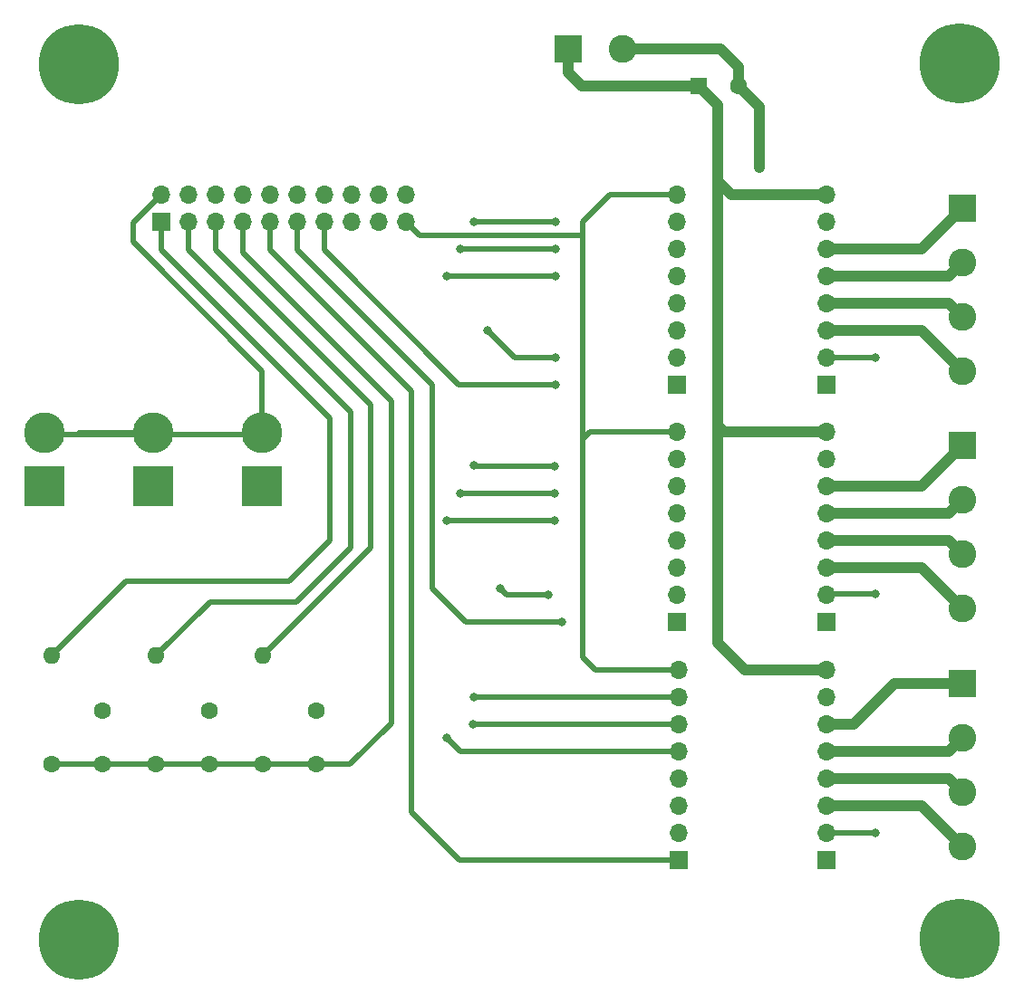
<source format=gtl>
%TF.GenerationSoftware,KiCad,Pcbnew,6.0.11+dfsg-1*%
%TF.CreationDate,2023-07-27T12:15:27+02:00*%
%TF.ProjectId,CartesianRobotElectricalDocs,43617274-6573-4696-916e-526f626f7445,rev?*%
%TF.SameCoordinates,Original*%
%TF.FileFunction,Copper,L1,Top*%
%TF.FilePolarity,Positive*%
%FSLAX46Y46*%
G04 Gerber Fmt 4.6, Leading zero omitted, Abs format (unit mm)*
G04 Created by KiCad (PCBNEW 6.0.11+dfsg-1) date 2023-07-27 12:15:27*
%MOMM*%
%LPD*%
G01*
G04 APERTURE LIST*
%TA.AperFunction,ComponentPad*%
%ADD10R,1.700000X1.700000*%
%TD*%
%TA.AperFunction,ComponentPad*%
%ADD11O,1.700000X1.700000*%
%TD*%
%TA.AperFunction,ComponentPad*%
%ADD12C,7.500000*%
%TD*%
%TA.AperFunction,ComponentPad*%
%ADD13C,1.600000*%
%TD*%
%TA.AperFunction,ComponentPad*%
%ADD14O,1.600000X1.600000*%
%TD*%
%TA.AperFunction,ComponentPad*%
%ADD15C,2.600000*%
%TD*%
%TA.AperFunction,ComponentPad*%
%ADD16R,2.600000X2.600000*%
%TD*%
%TA.AperFunction,ComponentPad*%
%ADD17R,1.600000X1.600000*%
%TD*%
%TA.AperFunction,ComponentPad*%
%ADD18C,3.800000*%
%TD*%
%TA.AperFunction,ComponentPad*%
%ADD19R,3.800000X3.800000*%
%TD*%
%TA.AperFunction,ViaPad*%
%ADD20C,0.800000*%
%TD*%
%TA.AperFunction,Conductor*%
%ADD21C,1.000000*%
%TD*%
%TA.AperFunction,Conductor*%
%ADD22C,0.500000*%
%TD*%
G04 APERTURE END LIST*
D10*
%TO.P,REF\u002A\u002A,1*%
%TO.N,N/C*%
X181610000Y-115555000D03*
D11*
%TO.P,REF\u002A\u002A,2*%
X181610000Y-113015000D03*
%TO.P,REF\u002A\u002A,3*%
X181610000Y-110475000D03*
%TO.P,REF\u002A\u002A,4*%
X181610000Y-107935000D03*
%TO.P,REF\u002A\u002A,5*%
X181610000Y-105395000D03*
%TO.P,REF\u002A\u002A,6*%
X181610000Y-102855000D03*
%TO.P,REF\u002A\u002A,7*%
X181610000Y-100315000D03*
%TO.P,REF\u002A\u002A,8*%
X181610000Y-97775000D03*
%TD*%
D12*
%TO.P,REF\u002A\u002A,1*%
%TO.N,N/C*%
X111760000Y-41170000D03*
%TD*%
D13*
%TO.P,C6,2*%
%TO.N,N/C*%
X113985000Y-101640000D03*
%TO.P,C6,1*%
X113985000Y-106640000D03*
%TD*%
D10*
%TO.P,A4988,1*%
%TO.N,N/C*%
X167640000Y-71100000D03*
D11*
%TO.P,A4988,2*%
X167640000Y-68560000D03*
%TO.P,A4988,3*%
X167640000Y-66020000D03*
%TO.P,A4988,4*%
X167640000Y-63480000D03*
%TO.P,A4988,5*%
X167640000Y-60940000D03*
%TO.P,A4988,6*%
X167640000Y-58400000D03*
%TO.P,A4988,7*%
X167640000Y-55860000D03*
%TO.P,A4988,8*%
X167640000Y-53320000D03*
%TD*%
D14*
%TO.P,R1,2*%
%TO.N,N/C*%
X109220000Y-96480000D03*
D13*
%TO.P,R1,1*%
X109220000Y-106640000D03*
%TD*%
%TO.P,C4,2*%
%TO.N,N/C*%
X133985000Y-101640000D03*
%TO.P,C4,1*%
X133985000Y-106640000D03*
%TD*%
D15*
%TO.P,M2,4*%
%TO.N,N/C*%
X194310000Y-92049600D03*
%TO.P,M2,3*%
X194310000Y-86969600D03*
%TO.P,M2,2*%
X194310000Y-81889600D03*
D16*
%TO.P,M2,1*%
X194310000Y-76809600D03*
%TD*%
D14*
%TO.P,R3,2*%
%TO.N,N/C*%
X128985000Y-96480000D03*
D13*
%TO.P,R3,1*%
X128985000Y-106640000D03*
%TD*%
D16*
%TO.P,REF\u002A\u002A,1*%
%TO.N,N/C*%
X157475000Y-39675000D03*
D15*
%TO.P,REF\u002A\u002A,2*%
X162555000Y-39675000D03*
%TD*%
D17*
%TO.P,C1,1*%
%TO.N,N/C*%
X169647349Y-43180000D03*
D13*
%TO.P,C1,2*%
X173447349Y-43180000D03*
%TD*%
D18*
%TO.P,SW 3,2*%
%TO.N,N/C*%
X128905000Y-75645000D03*
D19*
%TO.P,SW 3,1*%
X128905000Y-80645000D03*
%TD*%
D12*
%TO.P,REF\u002A\u002A,1*%
%TO.N,N/C*%
X194032000Y-41086000D03*
%TD*%
D19*
%TO.P,SW 2,1*%
%TO.N,N/C*%
X118745000Y-80645000D03*
D18*
%TO.P,SW 2,2*%
X118745000Y-75645000D03*
%TD*%
D11*
%TO.P,A4988,8*%
%TO.N,N/C*%
X167640000Y-75539600D03*
%TO.P,A4988,7*%
X167640000Y-78079600D03*
%TO.P,A4988,6*%
X167640000Y-80619600D03*
%TO.P,A4988,5*%
X167640000Y-83159600D03*
%TO.P,A4988,4*%
X167640000Y-85699600D03*
%TO.P,A4988,3*%
X167640000Y-88239600D03*
%TO.P,A4988,2*%
X167640000Y-90779600D03*
D10*
%TO.P,A4988,1*%
X167640000Y-93319600D03*
%TD*%
D14*
%TO.P,R2,2*%
%TO.N,N/C*%
X118985000Y-96480000D03*
D13*
%TO.P,R2,1*%
X118985000Y-106640000D03*
%TD*%
D16*
%TO.P,M3,1*%
%TO.N,N/C*%
X194310000Y-54575000D03*
D15*
%TO.P,M3,2*%
X194310000Y-59655000D03*
%TO.P,M3,3*%
X194310000Y-64735000D03*
%TO.P,M3,4*%
X194310000Y-69815000D03*
%TD*%
D10*
%TO.P,REF\u002A\u002A,1*%
%TO.N,N/C*%
X119500000Y-55845000D03*
D11*
%TO.P,REF\u002A\u002A,2*%
X119500000Y-53305000D03*
%TO.P,REF\u002A\u002A,3*%
X122040000Y-55845000D03*
%TO.P,REF\u002A\u002A,4*%
X122040000Y-53305000D03*
%TO.P,REF\u002A\u002A,5*%
X124580000Y-55845000D03*
%TO.P,REF\u002A\u002A,6*%
X124580000Y-53305000D03*
%TO.P,REF\u002A\u002A,7*%
X127120000Y-55845000D03*
%TO.P,REF\u002A\u002A,8*%
X127120000Y-53305000D03*
%TO.P,REF\u002A\u002A,9*%
X129660000Y-55845000D03*
%TO.P,REF\u002A\u002A,10*%
X129660000Y-53305000D03*
%TO.P,REF\u002A\u002A,11*%
X132200000Y-55845000D03*
%TO.P,REF\u002A\u002A,12*%
X132200000Y-53305000D03*
%TO.P,REF\u002A\u002A,13*%
X134740000Y-55845000D03*
%TO.P,REF\u002A\u002A,14*%
X134740000Y-53305000D03*
%TO.P,REF\u002A\u002A,15*%
X137280000Y-55845000D03*
%TO.P,REF\u002A\u002A,16*%
X137280000Y-53305000D03*
%TO.P,REF\u002A\u002A,17*%
X139820000Y-55845000D03*
%TO.P,REF\u002A\u002A,18*%
X139820000Y-53305000D03*
%TO.P,REF\u002A\u002A,19*%
X142360000Y-55845000D03*
%TO.P,REF\u002A\u002A,20*%
X142360000Y-53305000D03*
%TD*%
D12*
%TO.P,REF\u002A\u002A,1*%
%TO.N,N/C*%
X194032000Y-122966699D03*
%TD*%
D10*
%TO.P,REF\u002A\u002A,1*%
%TO.N,N/C*%
X181610000Y-93319600D03*
D11*
%TO.P,REF\u002A\u002A,2*%
X181610000Y-90779600D03*
%TO.P,REF\u002A\u002A,3*%
X181610000Y-88239600D03*
%TO.P,REF\u002A\u002A,4*%
X181610000Y-85699600D03*
%TO.P,REF\u002A\u002A,5*%
X181610000Y-83159600D03*
%TO.P,REF\u002A\u002A,6*%
X181610000Y-80619600D03*
%TO.P,REF\u002A\u002A,7*%
X181610000Y-78079600D03*
%TO.P,REF\u002A\u002A,8*%
X181610000Y-75539600D03*
%TD*%
D13*
%TO.P,C5,2*%
%TO.N,N/C*%
X123985000Y-101640000D03*
%TO.P,C5,1*%
X123985000Y-106640000D03*
%TD*%
D12*
%TO.P,REF\u002A\u002A,1*%
%TO.N,N/C*%
X111760000Y-123050699D03*
%TD*%
D10*
%TO.P,A4988,1*%
%TO.N,N/C*%
X167792400Y-115570000D03*
D11*
%TO.P,A4988,2*%
X167792400Y-113030000D03*
%TO.P,A4988,3*%
X167792400Y-110490000D03*
%TO.P,A4988,4*%
X167792400Y-107950000D03*
%TO.P,A4988,5*%
X167792400Y-105410000D03*
%TO.P,A4988,6*%
X167792400Y-102870000D03*
%TO.P,A4988,7*%
X167792400Y-100330000D03*
%TO.P,A4988,8*%
X167792400Y-97790000D03*
%TD*%
D10*
%TO.P,REF\u002A\u002A,1*%
%TO.N,N/C*%
X181610000Y-71100000D03*
D11*
%TO.P,REF\u002A\u002A,2*%
X181610000Y-68560000D03*
%TO.P,REF\u002A\u002A,3*%
X181610000Y-66020000D03*
%TO.P,REF\u002A\u002A,4*%
X181610000Y-63480000D03*
%TO.P,REF\u002A\u002A,5*%
X181610000Y-60940000D03*
%TO.P,REF\u002A\u002A,6*%
X181610000Y-58400000D03*
%TO.P,REF\u002A\u002A,7*%
X181610000Y-55860000D03*
%TO.P,REF\u002A\u002A,8*%
X181610000Y-53320000D03*
%TD*%
D16*
%TO.P,M1,1*%
%TO.N,N/C*%
X194310000Y-99060000D03*
D15*
%TO.P,M1,2*%
X194310000Y-104140000D03*
%TO.P,M1,3*%
X194310000Y-109220000D03*
%TO.P,M1,4*%
X194310000Y-114300000D03*
%TD*%
D18*
%TO.P,SW 1,2*%
%TO.N,N/C*%
X108585000Y-75645000D03*
D19*
%TO.P,SW 1,1*%
X108585000Y-80645000D03*
%TD*%
D20*
%TO.N,*%
X186175000Y-68545000D03*
X151130000Y-90170000D03*
X155600400Y-90779600D03*
X156870400Y-93319600D03*
X156330000Y-55845000D03*
X186175000Y-113030000D03*
X146170000Y-104140000D03*
X148710000Y-78620000D03*
X186175000Y-90685000D03*
X148710000Y-55845000D03*
X148710000Y-100330000D03*
X148590000Y-102870000D03*
X146170000Y-83820000D03*
X156330000Y-58385000D03*
X156210000Y-81280000D03*
X156210000Y-78740000D03*
X147440000Y-58385000D03*
X149980000Y-66005000D03*
X156330000Y-60925000D03*
X156210000Y-83820000D03*
X147440000Y-81280000D03*
X156330000Y-68545000D03*
X146170000Y-60925000D03*
X156330000Y-71085000D03*
X175380000Y-50800000D03*
%TD*%
D21*
%TO.N,*%
X175380000Y-50800000D02*
X175380000Y-45112651D01*
X175380000Y-45112651D02*
X173447349Y-43180000D01*
X169647349Y-43180000D02*
X171450000Y-44982651D01*
X171450000Y-44982651D02*
X171450000Y-52070000D01*
X173447349Y-43180000D02*
X173447349Y-41367349D01*
X173447349Y-41367349D02*
X171755000Y-39675000D01*
X171755000Y-39675000D02*
X162555000Y-39675000D01*
X158750000Y-43180000D02*
X157475000Y-41905000D01*
X169647349Y-43180000D02*
X158750000Y-43180000D01*
D22*
X186175000Y-68545000D02*
X181625000Y-68545000D01*
X181625000Y-68545000D02*
X181610000Y-68560000D01*
D21*
X181610000Y-75539600D02*
X172059600Y-75539600D01*
X172059600Y-75539600D02*
X171450000Y-74930000D01*
X171450000Y-52070000D02*
X171450000Y-53340000D01*
X181610000Y-53320000D02*
X172700000Y-53320000D01*
X172700000Y-53320000D02*
X171450000Y-52070000D01*
D22*
X156870400Y-93319600D02*
X147929600Y-93319600D01*
X147929600Y-93319600D02*
X144780000Y-90170000D01*
X144780000Y-90170000D02*
X144780000Y-71120000D01*
X144780000Y-71120000D02*
X132200000Y-58540000D01*
X132200000Y-58540000D02*
X132200000Y-55845000D01*
X155600400Y-90779600D02*
X151739600Y-90779600D01*
X151739600Y-90779600D02*
X151130000Y-90170000D01*
D21*
X190515000Y-66020000D02*
X181610000Y-66020000D01*
X193055000Y-63480000D02*
X181610000Y-63480000D01*
X193025000Y-60940000D02*
X181610000Y-60940000D01*
X181610000Y-58400000D02*
X190485000Y-58400000D01*
D22*
X161410000Y-53305000D02*
X161425000Y-53320000D01*
X161425000Y-53320000D02*
X167640000Y-53320000D01*
X131445000Y-89535000D02*
X116205000Y-89535000D01*
X109220000Y-96480000D02*
X116165000Y-89535000D01*
X116165000Y-89535000D02*
X116205000Y-89535000D01*
X167640000Y-75539600D02*
X159545400Y-75539600D01*
X159545400Y-75539600D02*
X158885000Y-76200000D01*
X186175000Y-90685000D02*
X181704600Y-90685000D01*
X181704600Y-90685000D02*
X181610000Y-90779600D01*
D21*
X181610000Y-88239600D02*
X190500000Y-88239600D01*
X190500000Y-88239600D02*
X194310000Y-92049600D01*
X181610000Y-85699600D02*
X193040000Y-85699600D01*
X181610000Y-83159600D02*
X193040000Y-83159600D01*
X181610000Y-80619600D02*
X190500000Y-80619600D01*
X194310000Y-114300000D02*
X190485000Y-110475000D01*
D22*
X186175000Y-113030000D02*
X181625000Y-113030000D01*
X181625000Y-113030000D02*
X181610000Y-113015000D01*
D21*
X181610000Y-110475000D02*
X190485000Y-110475000D01*
X181610000Y-107935000D02*
X193025000Y-107935000D01*
X193025000Y-107935000D02*
X194310000Y-109220000D01*
X181610000Y-105395000D02*
X193055000Y-105395000D01*
X193055000Y-105395000D02*
X194310000Y-104140000D01*
X181610000Y-102855000D02*
X184165000Y-102855000D01*
X184165000Y-102855000D02*
X187960000Y-99060000D01*
X187960000Y-99060000D02*
X194310000Y-99060000D01*
X193040000Y-85699600D02*
X194310000Y-86969600D01*
X193040000Y-83159600D02*
X194310000Y-81889600D01*
X190500000Y-80619600D02*
X194310000Y-76809600D01*
X190515000Y-66020000D02*
X194310000Y-69815000D01*
X193055000Y-63480000D02*
X194310000Y-64735000D01*
X193025000Y-60940000D02*
X194310000Y-59655000D01*
X190485000Y-58400000D02*
X194310000Y-54575000D01*
X171450000Y-53340000D02*
X171450000Y-74930000D01*
X171450000Y-74930000D02*
X171450000Y-95250000D01*
X171450000Y-95250000D02*
X173990000Y-97790000D01*
X173990000Y-97790000D02*
X180710600Y-97790000D01*
X180710600Y-97790000D02*
X180746400Y-97825800D01*
D22*
X119500000Y-53305000D02*
X116840000Y-55965000D01*
X116840000Y-55965000D02*
X116840000Y-57785000D01*
X116840000Y-57785000D02*
X128905000Y-69850000D01*
X128905000Y-69850000D02*
X128905000Y-75645000D01*
X158885000Y-86310000D02*
X158885000Y-76200000D01*
X158870000Y-86325000D02*
X158885000Y-86310000D01*
D21*
X157475000Y-41905000D02*
X157475000Y-39675000D01*
D22*
X158870000Y-86325000D02*
X158870000Y-96640000D01*
X158870000Y-96640000D02*
X160020000Y-97790000D01*
X160020000Y-97790000D02*
X167640000Y-97790000D01*
X167640000Y-115570000D02*
X147320000Y-115570000D01*
X147320000Y-115570000D02*
X142875000Y-111125000D01*
X142875000Y-111125000D02*
X142875000Y-71755000D01*
X142875000Y-71755000D02*
X129660000Y-58540000D01*
X129660000Y-58540000D02*
X129660000Y-55845000D01*
X146170000Y-104140000D02*
X147440000Y-105410000D01*
X147440000Y-105410000D02*
X167640000Y-105410000D01*
X148590000Y-102870000D02*
X167640000Y-102870000D01*
X148710000Y-100330000D02*
X167640000Y-100330000D01*
X156210000Y-78740000D02*
X148830000Y-78740000D01*
X148830000Y-78740000D02*
X148710000Y-78620000D01*
X156210000Y-83820000D02*
X146170000Y-83820000D01*
X147440000Y-81280000D02*
X156210000Y-81280000D01*
X122040000Y-55845000D02*
X122040000Y-58540000D01*
X122040000Y-58540000D02*
X137160000Y-73660000D01*
X137160000Y-73660000D02*
X137160000Y-86360000D01*
X137160000Y-86360000D02*
X132080000Y-91440000D01*
X132080000Y-91440000D02*
X124025000Y-91440000D01*
X124025000Y-91440000D02*
X118985000Y-96480000D01*
X131406000Y-106640000D02*
X137120000Y-106640000D01*
X127120000Y-55845000D02*
X127120000Y-58780000D01*
X127120000Y-58780000D02*
X140970000Y-72630000D01*
X140970000Y-72630000D02*
X140970000Y-102790000D01*
X140970000Y-102790000D02*
X137120000Y-106640000D01*
X119500000Y-55845000D02*
X119500000Y-58540000D01*
X119500000Y-58540000D02*
X135255000Y-74295000D01*
X135255000Y-74295000D02*
X135255000Y-85725000D01*
X135255000Y-85725000D02*
X131445000Y-89535000D01*
X124580000Y-55845000D02*
X124580000Y-58540000D01*
X124580000Y-58540000D02*
X139065000Y-73025000D01*
X139065000Y-73025000D02*
X139065000Y-86360000D01*
X139065000Y-86360000D02*
X128985000Y-96440000D01*
X128985000Y-96440000D02*
X128985000Y-96480000D01*
X119850000Y-75645000D02*
X111760000Y-75645000D01*
X156330000Y-71085000D02*
X147285000Y-71085000D01*
X147285000Y-71085000D02*
X134740000Y-58540000D01*
X134740000Y-58540000D02*
X134740000Y-55845000D01*
X156330000Y-55845000D02*
X148710000Y-55845000D01*
X158870000Y-57115000D02*
X158870000Y-86325000D01*
X156330000Y-68545000D02*
X152520000Y-68545000D01*
X142360000Y-55845000D02*
X143630000Y-57115000D01*
X158870000Y-55845000D02*
X158870000Y-57115000D01*
X152520000Y-68545000D02*
X149980000Y-66005000D01*
X156330000Y-58385000D02*
X147440000Y-58385000D01*
X156330000Y-60925000D02*
X146170000Y-60925000D01*
X128740000Y-75810000D02*
X108750000Y-75810000D01*
X143630000Y-57115000D02*
X158870000Y-57115000D01*
X108750000Y-75810000D02*
X108585000Y-75645000D01*
X128905000Y-75645000D02*
X128740000Y-75810000D01*
X133985000Y-106640000D02*
X108985000Y-106640000D01*
X161410000Y-53305000D02*
X158870000Y-55845000D01*
%TD*%
M02*

</source>
